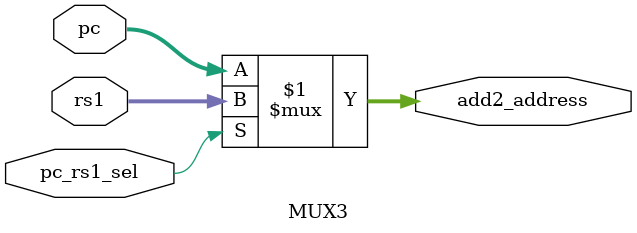
<source format=v>
module MUX3 (
    input [31:0] pc,
    input [31:0] rs1,
    input pc_rs1_sel,
    output [31:0] add2_address
);
    assign add2_address = (pc_rs1_sel) ? rs1 : pc;
endmodule

</source>
